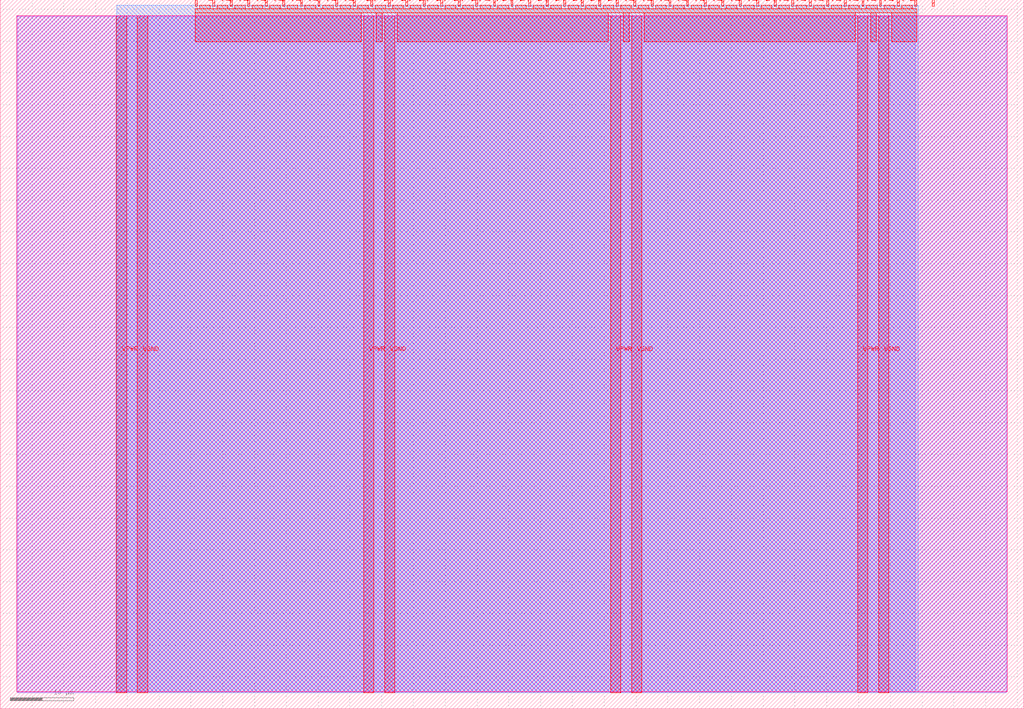
<source format=lef>
VERSION 5.7 ;
  NOWIREEXTENSIONATPIN ON ;
  DIVIDERCHAR "/" ;
  BUSBITCHARS "[]" ;
MACRO tt_um_wokwi_413921288682183681
  CLASS BLOCK ;
  FOREIGN tt_um_wokwi_413921288682183681 ;
  ORIGIN 0.000 0.000 ;
  SIZE 161.000 BY 111.520 ;
  PIN VGND
    DIRECTION INOUT ;
    USE GROUND ;
    PORT
      LAYER met4 ;
        RECT 21.580 2.480 23.180 109.040 ;
    END
    PORT
      LAYER met4 ;
        RECT 60.450 2.480 62.050 109.040 ;
    END
    PORT
      LAYER met4 ;
        RECT 99.320 2.480 100.920 109.040 ;
    END
    PORT
      LAYER met4 ;
        RECT 138.190 2.480 139.790 109.040 ;
    END
  END VGND
  PIN VPWR
    DIRECTION INOUT ;
    USE POWER ;
    PORT
      LAYER met4 ;
        RECT 18.280 2.480 19.880 109.040 ;
    END
    PORT
      LAYER met4 ;
        RECT 57.150 2.480 58.750 109.040 ;
    END
    PORT
      LAYER met4 ;
        RECT 96.020 2.480 97.620 109.040 ;
    END
    PORT
      LAYER met4 ;
        RECT 134.890 2.480 136.490 109.040 ;
    END
  END VPWR
  PIN clk
    DIRECTION INPUT ;
    USE SIGNAL ;
    ANTENNAGATEAREA 0.852000 ;
    PORT
      LAYER met4 ;
        RECT 143.830 110.520 144.130 111.520 ;
    END
  END clk
  PIN ena
    DIRECTION INPUT ;
    USE SIGNAL ;
    PORT
      LAYER met4 ;
        RECT 146.590 110.520 146.890 111.520 ;
    END
  END ena
  PIN rst_n
    DIRECTION INPUT ;
    USE SIGNAL ;
    PORT
      LAYER met4 ;
        RECT 141.070 110.520 141.370 111.520 ;
    END
  END rst_n
  PIN ui_in[0]
    DIRECTION INPUT ;
    USE SIGNAL ;
    ANTENNAGATEAREA 0.196500 ;
    PORT
      LAYER met4 ;
        RECT 138.310 110.520 138.610 111.520 ;
    END
  END ui_in[0]
  PIN ui_in[1]
    DIRECTION INPUT ;
    USE SIGNAL ;
    ANTENNAGATEAREA 0.196500 ;
    PORT
      LAYER met4 ;
        RECT 135.550 110.520 135.850 111.520 ;
    END
  END ui_in[1]
  PIN ui_in[2]
    DIRECTION INPUT ;
    USE SIGNAL ;
    ANTENNAGATEAREA 0.196500 ;
    PORT
      LAYER met4 ;
        RECT 132.790 110.520 133.090 111.520 ;
    END
  END ui_in[2]
  PIN ui_in[3]
    DIRECTION INPUT ;
    USE SIGNAL ;
    ANTENNAGATEAREA 0.196500 ;
    PORT
      LAYER met4 ;
        RECT 130.030 110.520 130.330 111.520 ;
    END
  END ui_in[3]
  PIN ui_in[4]
    DIRECTION INPUT ;
    USE SIGNAL ;
    PORT
      LAYER met4 ;
        RECT 127.270 110.520 127.570 111.520 ;
    END
  END ui_in[4]
  PIN ui_in[5]
    DIRECTION INPUT ;
    USE SIGNAL ;
    PORT
      LAYER met4 ;
        RECT 124.510 110.520 124.810 111.520 ;
    END
  END ui_in[5]
  PIN ui_in[6]
    DIRECTION INPUT ;
    USE SIGNAL ;
    PORT
      LAYER met4 ;
        RECT 121.750 110.520 122.050 111.520 ;
    END
  END ui_in[6]
  PIN ui_in[7]
    DIRECTION INPUT ;
    USE SIGNAL ;
    PORT
      LAYER met4 ;
        RECT 118.990 110.520 119.290 111.520 ;
    END
  END ui_in[7]
  PIN uio_in[0]
    DIRECTION INPUT ;
    USE SIGNAL ;
    PORT
      LAYER met4 ;
        RECT 116.230 110.520 116.530 111.520 ;
    END
  END uio_in[0]
  PIN uio_in[1]
    DIRECTION INPUT ;
    USE SIGNAL ;
    PORT
      LAYER met4 ;
        RECT 113.470 110.520 113.770 111.520 ;
    END
  END uio_in[1]
  PIN uio_in[2]
    DIRECTION INPUT ;
    USE SIGNAL ;
    PORT
      LAYER met4 ;
        RECT 110.710 110.520 111.010 111.520 ;
    END
  END uio_in[2]
  PIN uio_in[3]
    DIRECTION INPUT ;
    USE SIGNAL ;
    PORT
      LAYER met4 ;
        RECT 107.950 110.520 108.250 111.520 ;
    END
  END uio_in[3]
  PIN uio_in[4]
    DIRECTION INPUT ;
    USE SIGNAL ;
    PORT
      LAYER met4 ;
        RECT 105.190 110.520 105.490 111.520 ;
    END
  END uio_in[4]
  PIN uio_in[5]
    DIRECTION INPUT ;
    USE SIGNAL ;
    PORT
      LAYER met4 ;
        RECT 102.430 110.520 102.730 111.520 ;
    END
  END uio_in[5]
  PIN uio_in[6]
    DIRECTION INPUT ;
    USE SIGNAL ;
    PORT
      LAYER met4 ;
        RECT 99.670 110.520 99.970 111.520 ;
    END
  END uio_in[6]
  PIN uio_in[7]
    DIRECTION INPUT ;
    USE SIGNAL ;
    PORT
      LAYER met4 ;
        RECT 96.910 110.520 97.210 111.520 ;
    END
  END uio_in[7]
  PIN uio_oe[0]
    DIRECTION OUTPUT ;
    USE SIGNAL ;
    PORT
      LAYER met4 ;
        RECT 49.990 110.520 50.290 111.520 ;
    END
  END uio_oe[0]
  PIN uio_oe[1]
    DIRECTION OUTPUT ;
    USE SIGNAL ;
    PORT
      LAYER met4 ;
        RECT 47.230 110.520 47.530 111.520 ;
    END
  END uio_oe[1]
  PIN uio_oe[2]
    DIRECTION OUTPUT ;
    USE SIGNAL ;
    PORT
      LAYER met4 ;
        RECT 44.470 110.520 44.770 111.520 ;
    END
  END uio_oe[2]
  PIN uio_oe[3]
    DIRECTION OUTPUT ;
    USE SIGNAL ;
    PORT
      LAYER met4 ;
        RECT 41.710 110.520 42.010 111.520 ;
    END
  END uio_oe[3]
  PIN uio_oe[4]
    DIRECTION OUTPUT ;
    USE SIGNAL ;
    PORT
      LAYER met4 ;
        RECT 38.950 110.520 39.250 111.520 ;
    END
  END uio_oe[4]
  PIN uio_oe[5]
    DIRECTION OUTPUT ;
    USE SIGNAL ;
    PORT
      LAYER met4 ;
        RECT 36.190 110.520 36.490 111.520 ;
    END
  END uio_oe[5]
  PIN uio_oe[6]
    DIRECTION OUTPUT ;
    USE SIGNAL ;
    PORT
      LAYER met4 ;
        RECT 33.430 110.520 33.730 111.520 ;
    END
  END uio_oe[6]
  PIN uio_oe[7]
    DIRECTION OUTPUT ;
    USE SIGNAL ;
    PORT
      LAYER met4 ;
        RECT 30.670 110.520 30.970 111.520 ;
    END
  END uio_oe[7]
  PIN uio_out[0]
    DIRECTION OUTPUT ;
    USE SIGNAL ;
    PORT
      LAYER met4 ;
        RECT 72.070 110.520 72.370 111.520 ;
    END
  END uio_out[0]
  PIN uio_out[1]
    DIRECTION OUTPUT ;
    USE SIGNAL ;
    PORT
      LAYER met4 ;
        RECT 69.310 110.520 69.610 111.520 ;
    END
  END uio_out[1]
  PIN uio_out[2]
    DIRECTION OUTPUT ;
    USE SIGNAL ;
    PORT
      LAYER met4 ;
        RECT 66.550 110.520 66.850 111.520 ;
    END
  END uio_out[2]
  PIN uio_out[3]
    DIRECTION OUTPUT ;
    USE SIGNAL ;
    PORT
      LAYER met4 ;
        RECT 63.790 110.520 64.090 111.520 ;
    END
  END uio_out[3]
  PIN uio_out[4]
    DIRECTION OUTPUT ;
    USE SIGNAL ;
    PORT
      LAYER met4 ;
        RECT 61.030 110.520 61.330 111.520 ;
    END
  END uio_out[4]
  PIN uio_out[5]
    DIRECTION OUTPUT ;
    USE SIGNAL ;
    PORT
      LAYER met4 ;
        RECT 58.270 110.520 58.570 111.520 ;
    END
  END uio_out[5]
  PIN uio_out[6]
    DIRECTION OUTPUT ;
    USE SIGNAL ;
    PORT
      LAYER met4 ;
        RECT 55.510 110.520 55.810 111.520 ;
    END
  END uio_out[6]
  PIN uio_out[7]
    DIRECTION OUTPUT ;
    USE SIGNAL ;
    PORT
      LAYER met4 ;
        RECT 52.750 110.520 53.050 111.520 ;
    END
  END uio_out[7]
  PIN uo_out[0]
    DIRECTION OUTPUT ;
    USE SIGNAL ;
    ANTENNADIFFAREA 0.445500 ;
    PORT
      LAYER met4 ;
        RECT 94.150 110.520 94.450 111.520 ;
    END
  END uo_out[0]
  PIN uo_out[1]
    DIRECTION OUTPUT ;
    USE SIGNAL ;
    PORT
      LAYER met4 ;
        RECT 91.390 110.520 91.690 111.520 ;
    END
  END uo_out[1]
  PIN uo_out[2]
    DIRECTION OUTPUT ;
    USE SIGNAL ;
    PORT
      LAYER met4 ;
        RECT 88.630 110.520 88.930 111.520 ;
    END
  END uo_out[2]
  PIN uo_out[3]
    DIRECTION OUTPUT ;
    USE SIGNAL ;
    ANTENNADIFFAREA 0.445500 ;
    PORT
      LAYER met4 ;
        RECT 85.870 110.520 86.170 111.520 ;
    END
  END uo_out[3]
  PIN uo_out[4]
    DIRECTION OUTPUT ;
    USE SIGNAL ;
    ANTENNADIFFAREA 0.445500 ;
    PORT
      LAYER met4 ;
        RECT 83.110 110.520 83.410 111.520 ;
    END
  END uo_out[4]
  PIN uo_out[5]
    DIRECTION OUTPUT ;
    USE SIGNAL ;
    ANTENNADIFFAREA 0.445500 ;
    PORT
      LAYER met4 ;
        RECT 80.350 110.520 80.650 111.520 ;
    END
  END uo_out[5]
  PIN uo_out[6]
    DIRECTION OUTPUT ;
    USE SIGNAL ;
    PORT
      LAYER met4 ;
        RECT 77.590 110.520 77.890 111.520 ;
    END
  END uo_out[6]
  PIN uo_out[7]
    DIRECTION OUTPUT ;
    USE SIGNAL ;
    PORT
      LAYER met4 ;
        RECT 74.830 110.520 75.130 111.520 ;
    END
  END uo_out[7]
  OBS
      LAYER nwell ;
        RECT 2.570 2.635 158.430 108.990 ;
      LAYER li1 ;
        RECT 2.760 2.635 158.240 108.885 ;
      LAYER met1 ;
        RECT 2.760 2.480 158.240 109.040 ;
      LAYER met2 ;
        RECT 18.310 2.535 143.890 110.685 ;
      LAYER met3 ;
        RECT 18.290 2.555 144.370 110.665 ;
      LAYER met4 ;
        RECT 31.370 110.120 33.030 110.665 ;
        RECT 34.130 110.120 35.790 110.665 ;
        RECT 36.890 110.120 38.550 110.665 ;
        RECT 39.650 110.120 41.310 110.665 ;
        RECT 42.410 110.120 44.070 110.665 ;
        RECT 45.170 110.120 46.830 110.665 ;
        RECT 47.930 110.120 49.590 110.665 ;
        RECT 50.690 110.120 52.350 110.665 ;
        RECT 53.450 110.120 55.110 110.665 ;
        RECT 56.210 110.120 57.870 110.665 ;
        RECT 58.970 110.120 60.630 110.665 ;
        RECT 61.730 110.120 63.390 110.665 ;
        RECT 64.490 110.120 66.150 110.665 ;
        RECT 67.250 110.120 68.910 110.665 ;
        RECT 70.010 110.120 71.670 110.665 ;
        RECT 72.770 110.120 74.430 110.665 ;
        RECT 75.530 110.120 77.190 110.665 ;
        RECT 78.290 110.120 79.950 110.665 ;
        RECT 81.050 110.120 82.710 110.665 ;
        RECT 83.810 110.120 85.470 110.665 ;
        RECT 86.570 110.120 88.230 110.665 ;
        RECT 89.330 110.120 90.990 110.665 ;
        RECT 92.090 110.120 93.750 110.665 ;
        RECT 94.850 110.120 96.510 110.665 ;
        RECT 97.610 110.120 99.270 110.665 ;
        RECT 100.370 110.120 102.030 110.665 ;
        RECT 103.130 110.120 104.790 110.665 ;
        RECT 105.890 110.120 107.550 110.665 ;
        RECT 108.650 110.120 110.310 110.665 ;
        RECT 111.410 110.120 113.070 110.665 ;
        RECT 114.170 110.120 115.830 110.665 ;
        RECT 116.930 110.120 118.590 110.665 ;
        RECT 119.690 110.120 121.350 110.665 ;
        RECT 122.450 110.120 124.110 110.665 ;
        RECT 125.210 110.120 126.870 110.665 ;
        RECT 127.970 110.120 129.630 110.665 ;
        RECT 130.730 110.120 132.390 110.665 ;
        RECT 133.490 110.120 135.150 110.665 ;
        RECT 136.250 110.120 137.910 110.665 ;
        RECT 139.010 110.120 140.670 110.665 ;
        RECT 141.770 110.120 143.430 110.665 ;
        RECT 30.655 109.440 144.145 110.120 ;
        RECT 30.655 104.895 56.750 109.440 ;
        RECT 59.150 104.895 60.050 109.440 ;
        RECT 62.450 104.895 95.620 109.440 ;
        RECT 98.020 104.895 98.920 109.440 ;
        RECT 101.320 104.895 134.490 109.440 ;
        RECT 136.890 104.895 137.790 109.440 ;
        RECT 140.190 104.895 144.145 109.440 ;
  END
END tt_um_wokwi_413921288682183681
END LIBRARY


</source>
